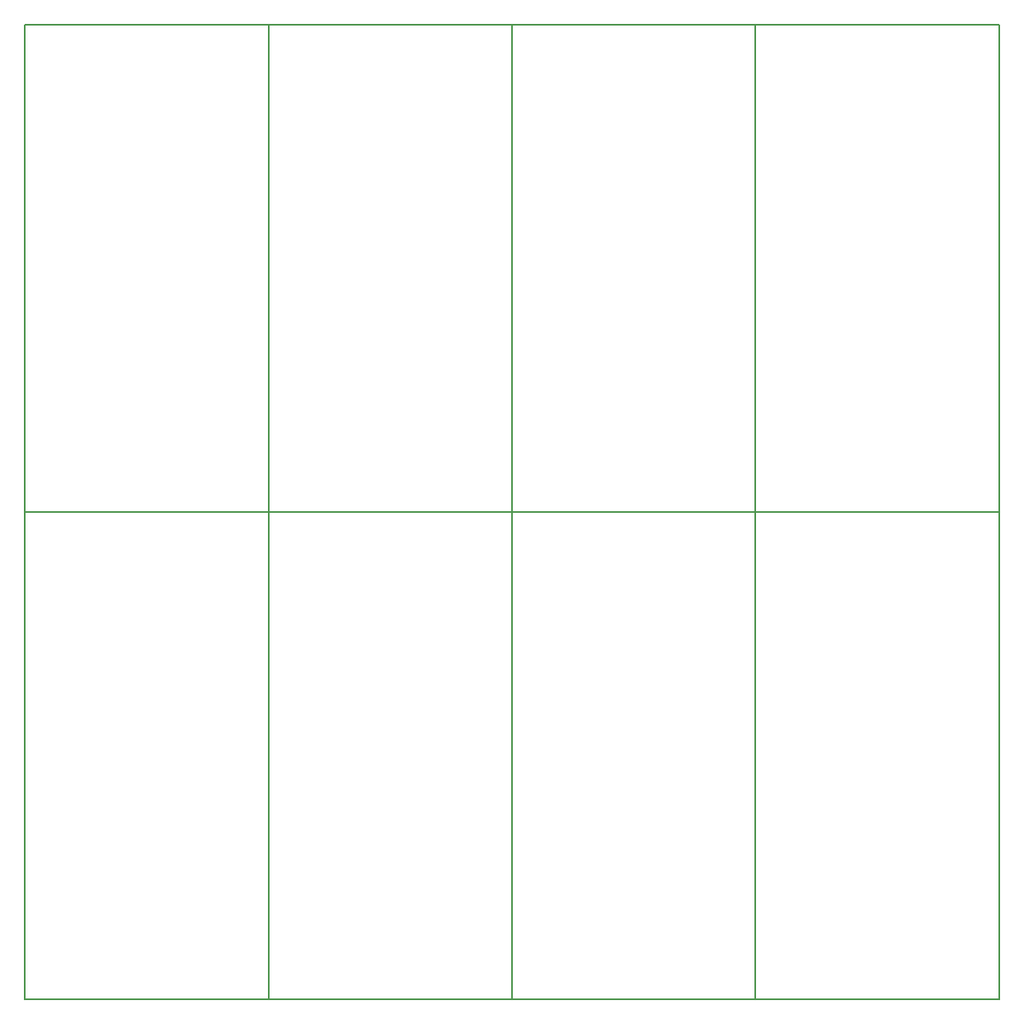
<source format=gm1>
G04 #@! TF.FileFunction,Profile,NP*
%FSLAX46Y46*%
G04 Gerber Fmt 4.6, Leading zero omitted, Abs format (unit mm)*
G04 Created by KiCad (PCBNEW 4.0.2-stable) date 9/8/2017 10:59:45 PM*
%MOMM*%
G01*
G04 APERTURE LIST*
%ADD10C,0.100000*%
%ADD11C,0.150000*%
G04 APERTURE END LIST*
D10*
D11*
X175000000Y-128000000D02*
X200000000Y-128000000D01*
X150000000Y-128000000D02*
X175000000Y-128000000D01*
X125000000Y-128000000D02*
X150000000Y-128000000D01*
X100000000Y-128000000D02*
X125000000Y-128000000D01*
X175000000Y-78000000D02*
X200000000Y-78000000D01*
X150000000Y-78000000D02*
X175000000Y-78000000D01*
X125000000Y-78000000D02*
X150000000Y-78000000D01*
X200000000Y-178000000D02*
X175000000Y-178000000D01*
X175000000Y-178000000D02*
X150000000Y-178000000D01*
X150000000Y-178000000D02*
X125000000Y-178000000D01*
X125000000Y-178000000D02*
X100000000Y-178000000D01*
X200000000Y-128000000D02*
X175000000Y-128000000D01*
X175000000Y-128000000D02*
X150000000Y-128000000D01*
X150000000Y-128000000D02*
X125000000Y-128000000D01*
X175000000Y-178000000D02*
X175000000Y-128000000D01*
X150000000Y-178000000D02*
X150000000Y-128000000D01*
X125000000Y-178000000D02*
X125000000Y-128000000D01*
X100000000Y-178000000D02*
X100000000Y-128000000D01*
X175000000Y-128000000D02*
X175000000Y-78000000D01*
X150000000Y-128000000D02*
X150000000Y-78000000D01*
X125000000Y-128000000D02*
X125000000Y-78000000D01*
X200000000Y-128000000D02*
X200000000Y-178000000D01*
X175000000Y-128000000D02*
X175000000Y-178000000D01*
X150000000Y-128000000D02*
X150000000Y-178000000D01*
X125000000Y-128000000D02*
X125000000Y-178000000D01*
X200000000Y-78000000D02*
X200000000Y-128000000D01*
X175000000Y-78000000D02*
X175000000Y-128000000D01*
X150000000Y-78000000D02*
X150000000Y-128000000D01*
X100000000Y-128000000D02*
X100000000Y-78000000D01*
X125000000Y-128000000D02*
X100000000Y-128000000D01*
X125000000Y-78000000D02*
X125000000Y-128000000D01*
X100000000Y-78000000D02*
X125000000Y-78000000D01*
M02*

</source>
